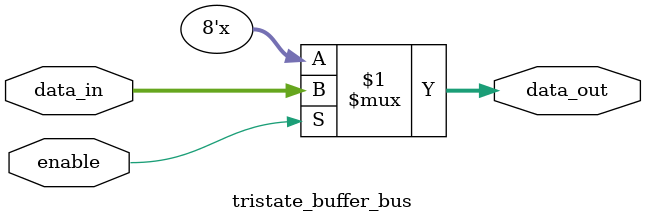
<source format=sv>

`include "defs.svh"
module tristate_buffer_bus #(parameter WIDTH = 8)
   (
    input logic [WIDTH-1:0] data_in,
    input logic enable,
    output tri [WIDTH-1:0] data_out
    );
   assign data_out = (enable)?data_in : 'z;
   
endmodule //tristate_buffer_bus

</source>
